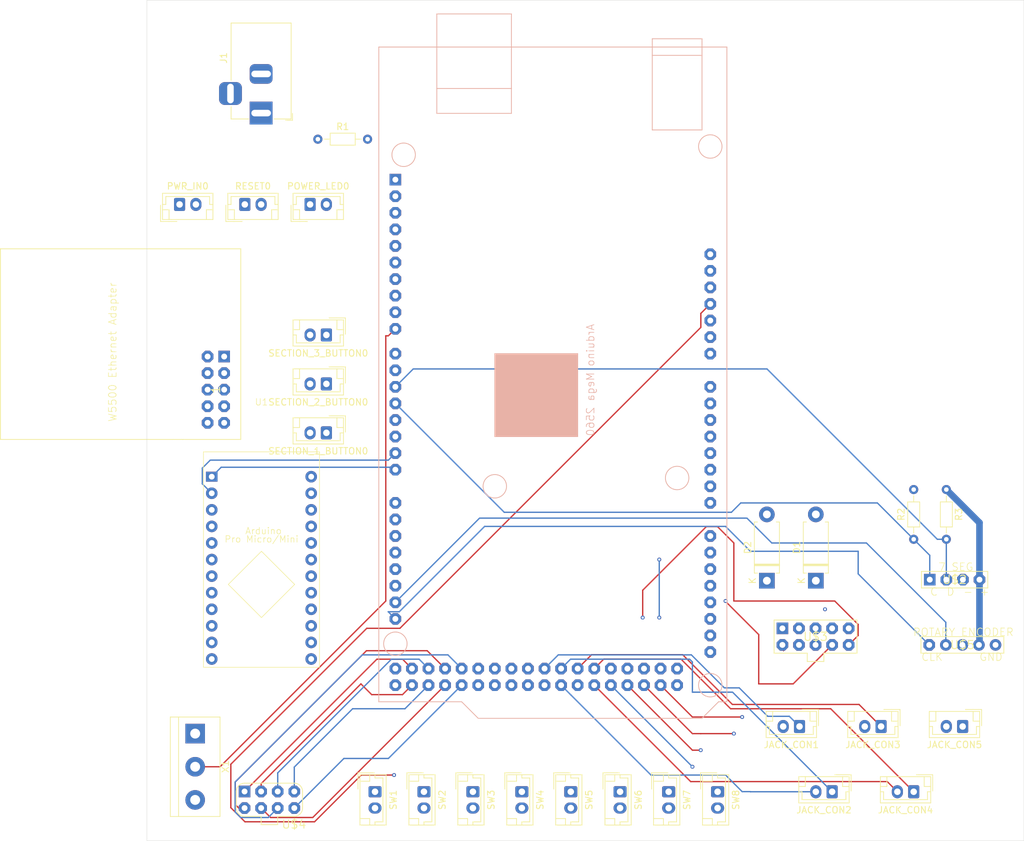
<source format=kicad_pcb>
(kicad_pcb (version 20240108) (generator "pcbnew") (generator_version "8.0")
  (layers (0 "F.Cu" signal) (1 "In1.Cu" signal) (2 "In2.Cu" signal) (31 "B.Cu" signal) (34 "B.Paste" user) (35 "F.Paste" user) (36 "B.SilkS" user "B.Silkscreen") (37 "F.SilkS" user "F.Silkscreen") (38 "B.Mask" user) (39 "F.Mask" user) (44 "Edge.Cuts" user))
  (net 0 "")
  (net 1 "/5V")
  (net 2 "Net-(D1-K)")
  (net 3 "Net-(D2-K)")
  (net 4 "/3V3")
  (net 5 "/RAW_IN")
  (net 7 "GND")
  (net 8 "Net-(JACK_CON1A-S)")
  (net 9 "Net-(JACK_CON1B-S)")
  (net 10 "Net-(JACK_CON2B-S)")
  (net 11 "Net-(JACK_CON2A-S)")
  (net 12 "Net-(JACK_CON3A-S)")
  (net 13 "Net-(JACK_CON3B-S)")
  (net 14 "Net-(JACK_CON4A-S)")
  (net 15 "Net-(JACK_CON4B-S)")
  (net 16 "Net-(JACK_CON5B-S)")
  (net 17 "Net-(JACK_CON5A-S)")
  (net 18 "Net-(POWER_LED0B-S)")
  (net 19 "Net-(R2-Pad1)")
  (net 20 "Net-(R3-Pad2)")
  (net 21 "/RESET")
  (net 22 "Net-(SECTION_1_BUTTON0A-KL)")
  (net 23 "Net-(SECTION_2_BUTTON0A-KL)")
  (net 24 "Net-(SECTION_3_BUTTON0A-KL)")
  (net 25 "Net-(SW1A-S)")
  (net 26 "Net-(SW2A-S)")
  (net 27 "Net-(SW3A-S)")
  (net 28 "Net-(SW4A-S)")
  (net 29 "Net-(SW5A-S)")
  (net 30 "Net-(SW6A-S)")
  (net 31 "Net-(SW7A-S)")
  (net 32 "Net-(SW8A-S)")
  (net 38 "Net-(U1-TXD)")
  (net 39 "/SCK")
  (net 41 "/MOSI")
  (net 45 "/D48")
  (net 48 "/D21")
  (net 49 "Net-(U$1-5V-Pad5V@1)")
  (net 50 "/D53")
  (net 51 "Net-(U$1-PadD25)")
  (net 52 "/D29")
  (net 53 "/MISO")
  (net 55 "Net-(U$1-PadD20)")
  (net 56 "Net-(U$1-PadD28)")
  (net 61 "/D2")
  (net 63 "Net-(U$1-PadD26)")
  (net 64 "Net-(U$1-PadD24)")
  (net 66 "Net-(U$1-PadD49)")
  (net 67 "Net-(U$1-PadD22)")
  (net 68 "Net-(U$1-PadD23)")
  (net 69 "Net-(X1B-KL)")
  (net 83 "Net-(U$1-PadD27)")
  (net 87 "Net-(U1-RXI)")
  (net 102 "Net-(U1-10)")
  (net 103 "Net-(U1-11)")
  (net 104 "Net-(U1-13)")
  (net 105 "Net-(U1-12)")
  (footprint "main:7_SEG_DISPLAY" (layer "F.Cu") (at 188.77 125)
    (property "Reference" "U$2")
    (property "Value" "7_SEG_DISPLAY")
  )
  (footprint "Connector_BarrelJack:BarrelJack_Horizontal" (layer "F.Cu") (at 82.5 53.5 -90)
    (property "Reference" "J1")
    (property "Value" "DCJ0303")
  )
  (footprint "Connector_JST:JST_EH_B2B-EH-A_1x02_P2.50mm_Vertical" (layer "F.Cu") (at 137.5 157.5 -90)
    (property "Reference" "SW6")
    (property "Value" "L02P")
  )
  (footprint "Connector_JST:JST_EH_B2B-EH-A_1x02_P2.50mm_Vertical" (layer "F.Cu") (at 122.45 157.5 -90)
    (property "Reference" "SW4")
    (property "Value" "L02P")
  )
  (footprint "Connector_JST:JST_EH_B2B-EH-A_1x02_P2.50mm_Vertical" (layer "F.Cu") (at 99.95 157.5 -90)
    (property "Reference" "SW1")
    (property "Value" "L02P")
  )
  (footprint "Resistor_THT:R_Axial_DIN0204_L3.6mm_D1.6mm_P7.62mm_Horizontal" (layer "F.Cu") (at 182.5 118.81 90)
    (property "Reference" "R2")
    (property "Value" "FLIPFLOP-RES")
  )
  (footprint "main:ETHERNET_ADAPTER" (layer "F.Cu") (at 75.565 95.885 -90)
    (property "Reference" "1")
    (property "Value" "~")
  )
  (footprint "Connector_JST:JST_EH_B2B-EH-A_1x02_P2.50mm_Vertical" (layer "F.Cu") (at 90 67.5)
    (property "Reference" "POWER_LED0")
    (property "Value" "L02P")
  )
  (footprint "Connector_JST:JST_EH_B2B-EH-A_1x02_P2.50mm_Vertical" (layer "F.Cu") (at 177.5 147.5 180)
    (property "Reference" "JACK_CON3")
    (property "Value" "L02P")
  )
  (footprint "Connector_JST:JST_EH_B2B-EH-A_1x02_P2.50mm_Vertical" (layer "F.Cu") (at 165 147.5 180)
    (property "Reference" "JACK_CON1")
    (property "Value" "L02P")
  )
  (footprint "main:SPI_HEADER_RIBBON_CONNECTOR" (layer "F.Cu") (at 167.46 133.73)
    (property "Reference" "U$3")
    (property "Value" "SPI_HEADERSPI_HEADER_RIBBON_CONNECTOR")
  )
  (footprint "Connector_JST:JST_EH_B2B-EH-A_1x02_P2.50mm_Vertical" (layer "F.Cu") (at 92.5 95 180)
    (property "Reference" "SECTION_2_BUTTON0")
    (property "Value" "W237-102")
  )
  (footprint "Connector_JST:JST_EH_B2B-EH-A_1x02_P2.50mm_Vertical" (layer "F.Cu") (at 129.95 157.5 -90)
    (property "Reference" "SW5")
    (property "Value" "L02P")
  )
  (footprint "Connector_JST:JST_EH_B2B-EH-A_1x02_P2.50mm_Vertical" (layer "F.Cu") (at 80 67.5)
    (property "Reference" "RESET0")
    (property "Value" "L02P")
  )
  (footprint "Connector_JST:JST_EH_B2B-EH-A_1x02_P2.50mm_Vertical" (layer "F.Cu") (at 70 67.5)
    (property "Reference" "PWR_IN0")
    (property "Value" "L02P")
  )
  (footprint "Diode_THT:D_DO-15_P10.16mm_Horizontal" (layer "F.Cu") (at 160 125.16 90)
    (property "Reference" "D2")
    (property "Value" "D")
  )
  (footprint "Connector_JST:JST_EH_B2B-EH-A_1x02_P2.50mm_Vertical" (layer "F.Cu") (at 114.95 157.5 -90)
    (property "Reference" "SW3")
    (property "Value" "L02P")
  )
  (footprint "Connector_JST:JST_EH_B2B-EH-A_1x02_P2.50mm_Vertical" (layer "F.Cu") (at 190 147.5 180)
    (property "Reference" "JACK_CON5")
    (property "Value" "L02P")
  )
  (footprint "Connector_JST:JST_EH_B2B-EH-A_1x02_P2.50mm_Vertical" (layer "F.Cu") (at 107.45 157.5 -90)
    (property "Reference" "SW2")
    (property "Value" "L02P")
  )
  (footprint "Resistor_THT:R_Axial_DIN0204_L3.6mm_D1.6mm_P7.62mm_Horizontal" (layer "F.Cu") (at 91.19 57.5)
    (property "Reference" "R1")
    (property "Value" "FLIPFLOP-RES")
  )
  (footprint "Connector_JST:JST_EH_B2B-EH-A_1x02_P2.50mm_Vertical" (layer "F.Cu") (at 152.45 157.5 -90)
    (property "Reference" "SW8")
    (property "Value" "L02P")
  )
  (footprint "main:BUTTON_GRID_HEADER_RIBBON_CONNECTOR" (layer "F.Cu") (at 83.77 158.73)
    (property "Reference" "U$4")
    (property "Value" "BUTTON_GRID_HEADER")
  )
  (footprint "Connector_JST:JST_EH_B2B-EH-A_1x02_P2.50mm_Vertical" (layer "F.Cu") (at 144.95 157.5 -90)
    (property "Reference" "SW7")
    (property "Value" "L02P")
  )
  (footprint "TerminalBlock:TerminalBlock_bornier-3_P5.08mm" (layer "F.Cu") (at 72.39 148.59 -90)
    (property "Reference" "X1")
    (property "Value" "W237-103")
  )
  (footprint "main:ARDUINO_MEGA_MIRROR" (layer "F.Cu") (at 128.4685 95.45)
    (property "Reference" "U$1")
    (property "Value" "ARDUINO_MEGAMIRROR")
  )
  (footprint "Connector_JST:JST_EH_B2B-EH-A_1x02_P2.50mm_Vertical" (layer "F.Cu") (at 170 157.5 180)
    (property "Reference" "JACK_CON2")
    (property "Value" "L02P")
  )
  (footprint "Connector_JST:JST_EH_B2B-EH-A_1x02_P2.50mm_Vertical" (layer "F.Cu") (at 92.5 102.5 180)
    (property "Reference" "SECTION_1_BUTTON0")
    (property "Value" "W237-102")
  )
  (footprint "Subsystem Main Extra Symbols:Arduino Pro Micro (Mini)" (layer "F.Cu") (at 82.55 120.65)
    (property "Reference" "U1")
    (property "Value" "~")
  )
  (footprint "Connector_JST:JST_EH_B2B-EH-A_1x02_P2.50mm_Vertical" (layer "F.Cu") (at 182.5 157.5 180)
    (property "Reference" "JACK_CON4")
    (property "Value" "L02P")
  )
  (footprint "Resistor_THT:R_Axial_DIN0204_L3.6mm_D1.6mm_P7.62mm_Horizontal" (layer "F.Cu") (at 187.5 111.19 -90)
    (property "Reference" "R3")
    (property "Value" "FLIPFLOP-RES")
  )
  (footprint "main:ROTARY_ENCODER" (layer "F.Cu") (at 189.96 135)
    (property "Reference" "U$5")
    (property "Value" "ROTARY_ENCODER")
  )
  (footprint "Connector_JST:JST_EH_B2B-EH-A_1x02_P2.50mm_Vertical" (layer "F.Cu") (at 92.5 87.5 180)
    (property "Reference" "SECTION_3_BUTTON0")
    (property "Value" "W237-102")
  )
  (footprint "Diode_THT:D_DO-15_P10.16mm_Horizontal" (layer "F.Cu") (at 167.5 125.16 90)
    (property "Reference" "D1")
    (property "Value" "D")
  )
  (gr_rect (start 65 36.195) (end 199.39 165) (stroke (width 0.05)) (fill none) (layer "Edge.Cuts"))
  (segment (start 187.5 111.19) (end 192.58 116.27) (width 1.016) (layer "B.Cu") (net 1))
  (segment (start 192.58 116.27) (end 192.58 125) (width 1.016) (layer "B.Cu") (net 1))
  (segment (start 192.58 134.92) (end 192.5 135) (width 0.635) (layer "B.Cu") (net 1))
  (segment (start 192.58 125) (end 192.58 134.92) (width 1.016) (layer "B.Cu") (net 1))
  (segment (start 148.430341 136.5266) (end 128.0319 136.5266) (width 0.2) (layer "B.Cu") (net 8))
  (segment (start 165 147.5) (end 163.4428 145.9428) (width 0.2) (layer "B.Cu") (net 8))
  (segment (start 155.7672 141.5828) (end 153.486541 141.5828) (width 0.2) (layer "B.Cu") (net 8))
  (segment (start 128.0319 136.5266) (end 125.9285 138.63) (width 0.2) (layer "B.Cu") (net 8))
  (segment (start 153.486541 141.5828) (end 148.430341 136.5266) (width 0.2) (layer "B.Cu") (net 8))
  (segment (start 160.1272 145.9428) (end 155.7672 141.5828) (width 0.2) (layer "B.Cu") (net 8))
  (segment (start 163.4428 145.9428) (end 160.1272 145.9428) (width 0.2) (layer "B.Cu") (net 8))
  (segment (start 125.9285 141.17) (end 125.73 140.9715) (width 0.2) (layer "B.Cu") (net 9))
  (segment (start 125.73 140.97) (end 125.73 140.9715) (width 0.2) (layer "B.Cu") (net 9))
  (segment (start 129.9162 142.6162) (end 142.24 154.94) (width 0.2) (layer "B.Cu") (net 10))
  (segment (start 156.21 157.48) (end 157.48 157.48) (width 0.2) (layer "B.Cu") (net 10))
  (segment (start 142.24 154.94) (end 153.67 154.94) (width 0.2) (layer "B.Cu") (net 10))
  (segment (start 129.9147 142.6162) (end 129.9162 142.6162) (width 0.2) (layer "B.Cu") (net 10))
  (segment (start 128.4685 141.17) (end 129.9147 142.6162) (width 0.2) (layer "B.Cu") (net 10))
  (segment (start 153.67 154.94) (end 156.21 157.48) (width 0.2) (layer "B.Cu") (net 10))
  (segment (start 157.48 157.48) (end 157.5 157.5) (width 0.2) (layer "B.Cu") (net 10))
  (segment (start 157.5 157.5) (end 167.5 157.5) (width 0.2) (layer "B.Cu") (net 10))
  (segment (start 148.59 142.24) (end 148.59 137.615681) (width 0.2) (layer "B.Cu") (net 11))
  (segment (start 148.158119 137.1838) (end 129.9147 137.1838) (width 0.2) (layer "B.Cu") (net 11))
  (segment (start 129.9147 137.1838) (end 128.4685 138.63) (width 0.2) (layer "B.Cu") (net 11))
  (segment (start 170 157.5) (end 154.74 142.24) (width 0.2) (layer "B.Cu") (net 11))
  (segment (start 148.59 137.615681) (end 148.158119 137.1838) (width 0.2) (layer "B.Cu") (net 11))
  (segment (start 154.74 142.24) (end 148.59 142.24) (width 0.2) (layer "B.Cu") (net 11))
  (segment (start 154.715958 144.1228) (end 147.095958 136.5028) (width 0.2) (layer "F.Cu") (net 12))
  (segment (start 133.1357 136.5028) (end 131.0085 138.63) (width 0.2) (layer "F.Cu") (net 12))
  (segment (start 174.1228 144.1228) (end 154.715958 144.1228) (width 0.2) (layer "F.Cu") (net 12))
  (segment (start 177.5 147.5) (end 174.1228 144.1228) (width 0.2) (layer "F.Cu") (net 12))
  (segment (start 147.095958 136.5028) (end 133.1357 136.5028) (width 0.2) (layer "F.Cu") (net 12))
  (segment (start 131.0085 141.17) (end 131.0085 141.1685) (width 0.2) (layer "F.Cu") (net 13))
  (segment (start 131.0085 141.1685) (end 130.81 140.97) (width 0.2) (layer "F.Cu") (net 13))
  (segment (start 146.823736 137.16) (end 135.0185 137.16) (width 0.2) (layer "F.Cu") (net 14))
  (segment (start 169.78 144.78) (end 154.443736 144.78) (width 0.2) (layer "F.Cu") (net 14))
  (segment (start 182.5 157.5) (end 169.78 144.78) (width 0.2) (layer "F.Cu") (net 14))
  (segment (start 135.0185 137.16) (end 133.5485 138.63) (width 0.2) (layer "F.Cu") (net 14))
  (segment (start 154.443736 144.78) (end 146.823736 137.16) (width 0.2) (layer "F.Cu") (net 14))
  (segment (start 133.5485 141.17) (end 148.3213 155.9428) (width 0.2) (layer "F.Cu") (net 15))
  (segment (start 178.4428 155.9428) (end 180 157.5) (width 0.2) (layer "F.Cu") (net 15))
  (segment (start 148.3213 155.9428) (end 178.4428 155.9428) (width 0.2) (layer "F.Cu") (net 15))
  (segment (start 187.5 147.5) (end 187.78 147.5) (width 0.2) (layer "F.Cu") (net 16))
  (segment (start 187.78 147.5) (end 187.96 147.32) (width 0.2) (layer "F.Cu") (net 16))
  (via (at 148.59 153.67) (size 0.6) (drill 0.3) (layers "F.Cu" "B.Cu") (net 16))
  (segment (start 148.59 153.67) (end 148.5885 153.67) (width 0.2) (layer "B.Cu") (net 16))
  (segment (start 148.5885 153.67) (end 136.0885 141.17) (width 0.2) (layer "B.Cu") (net 16))
  (segment (start 190 147.5) (end 190.32 147.5) (width 0.2) (layer "B.Cu") (net 17))
  (segment (start 190.32 147.5) (end 190.5 147.32) (width 0.2) (layer "B.Cu") (net 17))
  (segment (start 119.7547 114.6762) (end 154.5638 114.6762) (width 0.2) (layer "B.Cu") (net 19))
  (segment (start 176.9328 113.2428) (end 182.5 118.81) (width 0.2) (layer "B.Cu") (net 19))
  (segment (start 184.96 121.27) (end 184.96 125) (width 0.2) (layer "B.Cu") (net 19))
  (segment (start 103.0685 97.99) (end 119.7547 114.6762) (width 0.2) (layer "B.Cu") (net 19))
  (segment (start 154.5638 114.6762) (end 155.9972 113.2428) (width 0.2) (layer "B.Cu") (net 19))
  (segment (start 155.9972 113.2428) (end 176.9328 113.2428) (width 0.2) (layer "B.Cu") (net 19))
  (segment (start 182.5 118.81) (end 184.96 121.27) (width 0.2) (layer "B.Cu") (net 19))
  (segment (start 187.5 118.81) (end 187.5 125) (width 0.2) (layer "B.Cu") (net 20))
  (segment (start 160.02 92.71) (end 186.12 118.81) (width 0.2) (layer "B.Cu") (net 20))
  (segment (start 186.12 118.81) (end 187.5 118.81) (width 0.2) (layer "B.Cu") (net 20))
  (segment (start 105.8085 92.71) (end 160.02 92.71) (width 0.2) (layer "B.Cu") (net 20))
  (segment (start 103.0685 95.45) (end 105.8085 92.71) (width 0.2) (layer "B.Cu") (net 20))
  (segment (start 137.5 157.5) (end 137.45 157.5) (width 0.2) (layer "F.Cu") (net 30))
  (segment (start 102.6923 107.7738) (end 103.0685 108.15) (width 0.2) (layer "B.Cu") (net 38))
  (segment (start 74.93 109.22) (end 76.3762 107.7738) (width 0.2) (layer "B.Cu") (net 38))
  (segment (start 76.3762 107.7738) (end 102.6923 107.7738) (width 0.2) (layer "B.Cu") (net 38))
  (via (at 143.51 121.92) (size 0.6) (drill 0.3) (layers "F.Cu" "B.Cu") (net 39))
  (via (at 168.91 129.54) (size 0.6) (drill 0.3) (layers "F.Cu" "B.Cu") (net 39))
  (via (at 143.51 130.81) (size 0.6) (drill 0.3) (layers "F.Cu" "B.Cu") (net 39))
  (segment (start 143.51 130.81) (end 143.51 121.92) (width 0.2) (layer "B.Cu") (net 39))
  (segment (start 141.1685 141.17) (end 148.5885 148.59) (width 0.2) (layer "F.Cu") (net 41))
  (segment (start 148.5885 148.59) (end 149.86 148.59) (width 0.2) (layer "F.Cu") (net 41))
  (segment (start 149.86 148.59) (end 154.94 148.59) (width 0.2) (layer "F.Cu") (net 41))
  (via (at 154.94 148.59) (size 0.6) (drill 0.3) (layers "F.Cu" "B.Cu") (net 41))
  (segment (start 153.67 128.27) (end 153.67 128.335236) (width 0.2) (layer "F.Cu") (net 45))
  (segment (start 153.67 128.335236) (end 158.75 133.415236) (width 0.2) (layer "F.Cu") (net 45))
  (segment (start 158.75 140.97) (end 164.03 140.97) (width 0.2) (layer "F.Cu") (net 45))
  (segment (start 158.75 133.415236) (end 158.75 140.97) (width 0.2) (layer "F.Cu") (net 45))
  (segment (start 164.03 140.97) (end 170 135) (width 0.2) (layer "F.Cu") (net 45))
  (via (at 153.67 128.27) (size 0.6) (drill 0.3) (layers "F.Cu" "B.Cu") (net 45))
  (segment (start 103.667536 129.9162) (end 116.743736 116.84) (width 0.2) (layer "B.Cu") (net 48))
  (segment (start 103.0685 131.01) (end 101.9747 129.9162) (width 0.2) (layer "B.Cu") (net 48))
  (segment (start 157.48 120.65) (end 173.99 120.65) (width 0.2) (layer "B.Cu") (net 48))
  (segment (start 173.99 120.65) (end 173.99 124.11) (width 0.2) (layer "B.Cu") (net 48))
  (segment (start 173.99 124.11) (end 184.88 135) (width 0.2) (layer "B.Cu") (net 48))
  (segment (start 116.743736 116.84) (end 153.67 116.84) (width 0.2) (layer "B.Cu") (net 48))
  (segment (start 153.67 116.84) (end 157.48 120.65) (width 0.2) (layer "B.Cu") (net 48))
  (segment (start 101.9747 129.9162) (end 103.667536 129.9162) (width 0.2) (layer "B.Cu") (net 48))
  (segment (start 149.8823 86.3377) (end 149.8823 84.1962) (width 0.2) (layer "F.Cu") (net 49))
  (segment (start 98.6838 132.4562) (end 103.7638 132.4562) (width 0.2) (layer "F.Cu") (net 49))
  (segment (start 90.684522 162.1034) (end 80.018164 162.1034) (width 0.2) (layer "F.Cu") (net 49))
  (segment (start 149.8823 84.1962) (end 151.3285 82.75) (width 0.2) (layer "F.Cu") (net 49))
  (segment (start 80.018164 162.1034) (end 77.8566 159.941836) (width 0.2) (layer "F.Cu") (net 49))
  (segment (start 102.87 154.94) (end 97.847922 154.94) (width 0.2) (layer "F.Cu") (net 49))
  (segment (start 103.7638 132.4562) (end 149.8823 86.3377) (width 0.2) (layer "F.Cu") (net 49))
  (segment (start 77.8566 153.2834) (end 98.6838 132.4562) (width 0.2) (layer "F.Cu") (net 49))
  (segment (start 77.8566 159.941836) (end 77.8566 153.2834) (width 0.2) (layer "F.Cu") (net 49))
  (segment (start 97.847922 154.94) (end 90.684522 162.1034) (width 0.2) (layer "F.Cu") (net 49))
  (via (at 102.87 154.94) (size 0.6) (drill 0.3) (layers "F.Cu" "B.Cu") (net 49))
  (segment (start 149.86 146.05) (end 156.21 146.05) (width 0.2) (layer "F.Cu") (net 50))
  (segment (start 143.7085 141.17) (end 148.5885 146.05) (width 0.2) (layer "F.Cu") (net 50))
  (segment (start 148.5885 146.05) (end 149.86 146.05) (width 0.2) (layer "F.Cu") (net 50))
  (via (at 156.21 146.05) (size 0.6) (drill 0.3) (layers "F.Cu" "B.Cu") (net 50))
  (segment (start 87.58 157.46) (end 87.58 153.72) (width 0.2) (layer "B.Cu") (net 51))
  (segment (start 87.58 153.72) (end 96.52 144.78) (width 0.2) (layer "B.Cu") (net 51))
  (segment (start 104.5385 144.78) (end 108.1485 141.17) (width 0.2) (layer "B.Cu") (net 51))
  (segment (start 96.52 144.78) (end 104.5385 144.78) (width 0.2) (layer "B.Cu") (net 51))
  (segment (start 95.18 152.4) (end 101.9985 152.4) (width 0.2) (layer "B.Cu") (net 52))
  (segment (start 101.9985 152.4) (end 113.2285 141.17) (width 0.2) (layer "B.Cu") (net 52))
  (segment (start 87.58 160) (end 95.18 152.4) (width 0.2) (layer "B.Cu") (net 52))
  (segment (start 140.97 126.623264) (end 150.729464 116.8638) (width 0.2) (layer "F.Cu") (net 53))
  (segment (start 170.395236 128.27) (end 173.9862 131.860964) (width 0.2) (layer "F.Cu") (net 53))
  (segment (start 140.97 130.81) (end 140.97 126.623264) (width 0.2) (layer "F.Cu") (net 53))
  (segment (start 154.94 128.27) (end 170.395236 128.27) (width 0.2) (layer "F.Cu") (net 53))
  (segment (start 152.4238 116.8638) (end 154.94 119.38) (width 0.2) (layer "F.Cu") (net 53))
  (segment (start 173.9862 133.5538) (end 172.54 135) (width 0.2) (layer "F.Cu") (net 53))
  (segment (start 150.729464 116.8638) (end 152.4238 116.8638) (width 0.2) (layer "F.Cu") (net 53))
  (segment (start 154.94 119.38) (end 154.94 128.27) (width 0.2) (layer "F.Cu") (net 53))
  (segment (start 173.9862 131.860964) (end 173.9862 133.5538) (width 0.2) (layer "F.Cu") (net 53))
  (via (at 140.97 130.81) (size 0.6) (drill 0.3) (layers "F.Cu" "B.Cu") (net 53))
  (segment (start 103.0685 128.47) (end 115.9685 115.57) (width 0.2) (layer "B.Cu") (net 55))
  (segment (start 175.26 119.38) (end 187.42 131.54) (width 0.2) (layer "B.Cu") (net 55))
  (segment (start 115.9685 115.57) (end 156.944943 115.57) (width 0.2) (layer "B.Cu") (net 55))
  (segment (start 156.944943 115.57) (end 160.754943 119.38) (width 0.2) (layer "B.Cu") (net 55))
  (segment (start 187.42 131.54) (end 187.42 135) (width 0.2) (layer "B.Cu") (net 55))
  (segment (start 160.754943 119.38) (end 175.26 119.38) (width 0.2) (layer "B.Cu") (net 55))
  (segment (start 98.001 136.5266) (end 111.1251 136.5266) (width 0.2) (layer "B.Cu") (net 56))
  (segment (start 111.1251 136.5266) (end 113.2285 138.63) (width 0.2) (layer "B.Cu") (net 56))
  (segment (start 83.5938 161.4462) (end 79.360964 161.4462) (width 0.2) (layer "B.Cu") (net 56))
  (segment (start 78.5138 156.0138) (end 98.001 136.5266) (width 0.2) (layer "B.Cu") (net 56))
  (segment (start 78.5138 160.599036) (end 78.5138 156.0138) (width 0.2) (layer "B.Cu") (net 56))
  (segment (start 79.360964 161.4462) (end 78.5138 160.599036) (width 0.2) (layer "B.Cu") (net 56))
  (segment (start 85.04 160) (end 83.5938 161.4462) (width 0.2) (layer "B.Cu") (net 56))
  (segment (start 162.56 135.18) (end 162.38 135) (width 0.2) (layer "F.Cu") (net 61))
  (segment (start 162.56 135.18) (end 162.56 135.89) (width 0.2) (layer "F.Cu") (net 61))
  (segment (start 107.9485 135.89) (end 110.6885 138.63) (width 0.2) (layer "F.Cu") (net 63))
  (segment (start 78.5138 159.4428) (end 78.5138 156.0138) (width 0.2) (layer "F.Cu") (net 63))
  (segment (start 78.5138 156.0138) (end 98.6376 135.89) (width 0.2) (layer "F.Cu") (net 63))
  (segment (start 79.071 160) (end 78.5138 159.4428) (width 0.2) (layer "F.Cu") (net 63))
  (segment (start 98.6376 135.89) (end 107.9485 135.89) (width 0.2) (layer "F.Cu") (net 63))
  (segment (start 79.96 160) (end 79.071 160) (width 0.2) (layer "F.Cu") (net 63))
  (segment (start 79.99 160) (end 80.01 160.02) (width 0.2) (layer "B.Cu") (net 63))
  (segment (start 79.99 160) (end 79.96 160) (width 0.2) (layer "B.Cu") (net 63))
  (segment (start 85.07 157.46) (end 85.09 157.48) (width 0.2) (layer "F.Cu") (net 64))
  (segment (start 85.07 157.46) (end 85.04 157.46) (width 0.2) (layer "F.Cu") (net 64))
  (segment (start 85.04 157.46) (end 85.04 154.613264) (width 0.2) (layer "B.Cu") (net 64))
  (segment (start 106.7023 137.1838) (end 108.1485 138.63) (width 0.2) (layer "B.Cu") (net 64))
  (segment (start 85.04 154.613264) (end 102.469464 137.1838) (width 0.2) (layer "B.Cu") (net 64))
  (segment (start 102.469464 137.1838) (end 106.7023 137.1838) (width 0.2) (layer "B.Cu") (net 64))
  (segment (start 148.5885 151.13) (end 149.86 151.13) (width 0.2) (layer "F.Cu") (net 66))
  (segment (start 138.6285 141.17) (end 148.5885 151.13) (width 0.2) (layer "F.Cu") (net 66))
  (via (at 149.86 151.13) (size 0.6) (drill 0.3) (layers "F.Cu" "B.Cu") (net 66))
  (segment (start 79.96 157.46) (end 79.99 157.46) (width 0.2) (layer "F.Cu") (net 67))
  (segment (start 104.1623 137.1838) (end 105.6085 138.63) (width 0.2) (layer "F.Cu") (net 67))
  (segment (start 79.99 157.46) (end 80.01 157.48) (width 0.2) (layer "F.Cu") (net 67))
  (segment (start 100.2362 137.1838) (end 104.1623 137.1838) (width 0.2) (layer "F.Cu") (net 67))
  (segment (start 79.96 157.46) (end 100.2362 137.1838) (width 0.2) (layer "F.Cu") (net 67))
  (segment (start 99.4362 142.6162) (end 104.1623 142.6162) (width 0.2) (layer "F.Cu") (net 68))
  (segment (start 104.1623 142.6162) (end 105.6085 141.17) (width 0.2) (layer "F.Cu") (net 68))
  (segment (start 82.5 157.46) (end 82.5 156.26) (width 0.2) (layer "F.Cu") (net 68))
  (segment (start 97.79 140.97) (end 99.4362 142.6162) (width 0.2) (layer "F.Cu") (net 68))
  (segment (start 82.5 156.26) (end 97.79 140.97) (width 0.2) (layer "F.Cu") (net 68))
  (segment (start 76.2 153.67) (end 101.6 128.27) (width 0.2) (layer "F.Cu") (net 69))
  (segment (start 101.6 87.63) (end 101.9985 87.63) (width 0.2) (layer "F.Cu") (net 69))
  (segment (start 101.9985 87.63) (end 103.0685 86.56) (width 0.2) (layer "F.Cu") (net 69))
  (segment (start 101.6 128.27) (end 101.6 87.63) (width 0.2) (layer "F.Cu") (net 69))
  (segment (start 72.39 153.67) (end 76.2 153.67) (width 0.2) (layer "F.Cu") (net 69))
  (segment (start 83.9462 161.4462) (end 90.4123 161.4462) (width 0.2) (layer "F.Cu") (net 83))
  (segment (start 82.5 160) (end 83.9462 161.4462) (width 0.2) (layer "F.Cu") (net 83))
  (segment (start 90.4123 161.4462) (end 110.6885 141.17) (width 0.2) (layer "F.Cu") (net 83))
  (segment (start 73.4838 107.9008) (end 74.7046 106.68) (width 0.2) (layer "B.Cu") (net 87))
  (segment (start 101.9985 106.68) (end 103.0685 105.61) (width 0.2) (layer "B.Cu") (net 87))
  (segment (start 74.7046 106.68) (end 101.9985 106.68) (width 0.2) (layer "B.Cu") (net 87))
  (segment (start 73.4838 110.3138) (end 73.4838 107.9008) (width 0.2) (layer "B.Cu") (net 87))
  (segment (start 74.93 111.76) (end 73.4838 110.3138) (width 0.2) (layer "B.Cu") (net 87))
)
</source>
